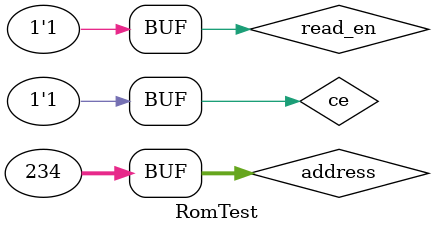
<source format=v>
`timescale 1ns / 1ps


module RomTest;

	// Inputs
	reg [31:0] address;
	reg read_en;
	reg ce;

	// Outputs
	wire [31:0] data;

	// Instantiate the Unit Under Test (UUT)
	rom_using_case uut (
		.address(address), 
		.data(data), 
		.read_en(read_en), 
		.ce(ce)
	);

	initial begin
		// Initialize Inputs
		address = 0;
		read_en = 0;
		ce = 0;

		// Wait 100 ns for global reset to finish
		#100;
		
		address = 2;
		read_en = 1;
		ce = 1;		
		
		#100;
		
		address = 234;
		read_en = 1;
		ce = 1;			
        
		// Add stimulus here

	end
      
endmodule


</source>
